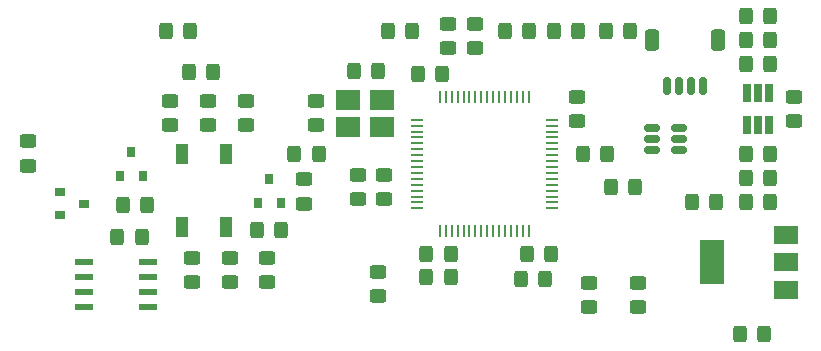
<source format=gbr>
%TF.GenerationSoftware,KiCad,Pcbnew,(6.99.0-5157-g987eb4b46a-dirty)*%
%TF.CreationDate,2022-12-28T16:32:46-05:00*%
%TF.ProjectId,controller,636f6e74-726f-46c6-9c65-722e6b696361,rev?*%
%TF.SameCoordinates,PX3cfccb0PYa197300*%
%TF.FileFunction,Paste,Top*%
%TF.FilePolarity,Positive*%
%FSLAX46Y46*%
G04 Gerber Fmt 4.6, Leading zero omitted, Abs format (unit mm)*
G04 Created by KiCad (PCBNEW (6.99.0-5157-g987eb4b46a-dirty)) date 2022-12-28 16:32:46*
%MOMM*%
%LPD*%
G01*
G04 APERTURE LIST*
G04 Aperture macros list*
%AMRoundRect*
0 Rectangle with rounded corners*
0 $1 Rounding radius*
0 $2 $3 $4 $5 $6 $7 $8 $9 X,Y pos of 4 corners*
0 Add a 4 corners polygon primitive as box body*
4,1,4,$2,$3,$4,$5,$6,$7,$8,$9,$2,$3,0*
0 Add four circle primitives for the rounded corners*
1,1,$1+$1,$2,$3*
1,1,$1+$1,$4,$5*
1,1,$1+$1,$6,$7*
1,1,$1+$1,$8,$9*
0 Add four rect primitives between the rounded corners*
20,1,$1+$1,$2,$3,$4,$5,0*
20,1,$1+$1,$4,$5,$6,$7,0*
20,1,$1+$1,$6,$7,$8,$9,0*
20,1,$1+$1,$8,$9,$2,$3,0*%
G04 Aperture macros list end*
%ADD10R,2.100000X1.800000*%
%ADD11RoundRect,0.150000X0.150000X0.625000X-0.150000X0.625000X-0.150000X-0.625000X0.150000X-0.625000X0*%
%ADD12RoundRect,0.250000X0.350000X0.650000X-0.350000X0.650000X-0.350000X-0.650000X0.350000X-0.650000X0*%
%ADD13RoundRect,0.150000X0.512500X0.150000X-0.512500X0.150000X-0.512500X-0.150000X0.512500X-0.150000X0*%
%ADD14RoundRect,0.250000X-0.325000X-0.450000X0.325000X-0.450000X0.325000X0.450000X-0.325000X0.450000X0*%
%ADD15RoundRect,0.250000X0.325000X0.450000X-0.325000X0.450000X-0.325000X-0.450000X0.325000X-0.450000X0*%
%ADD16R,0.900000X0.800000*%
%ADD17R,0.800000X0.900000*%
%ADD18R,1.100000X1.800000*%
%ADD19RoundRect,0.250000X0.450000X-0.325000X0.450000X0.325000X-0.450000X0.325000X-0.450000X-0.325000X0*%
%ADD20RoundRect,0.250000X-0.450000X0.325000X-0.450000X-0.325000X0.450000X-0.325000X0.450000X0.325000X0*%
%ADD21R,1.550000X0.600000*%
%ADD22R,0.250000X1.000000*%
%ADD23R,1.000000X0.250000*%
%ADD24R,0.650000X1.560000*%
%ADD25R,2.000000X1.500000*%
%ADD26R,2.000000X3.800000*%
G04 APERTURE END LIST*
D10*
%TO.C,Y1*%
X33259999Y26449999D03*
X30359999Y26449999D03*
X30359999Y28749999D03*
X33259999Y28749999D03*
%TD*%
D11*
%TO.C,J5*%
X60410000Y29940000D03*
X59410000Y29940000D03*
X58410000Y29940000D03*
X57410000Y29940000D03*
D12*
X56110000Y33815000D03*
X61710000Y33815000D03*
%TD*%
D13*
%TO.C,U4*%
X58410000Y24520000D03*
X58410000Y25470000D03*
X58410000Y26420000D03*
X56135000Y26420000D03*
X56135000Y25470000D03*
X56135000Y24520000D03*
%TD*%
D14*
%TO.C,R18*%
X13400000Y19865000D03*
X11350000Y19865000D03*
%TD*%
D15*
%TO.C,R17*%
X22700000Y17790000D03*
X24750000Y17790000D03*
%TD*%
D16*
%TO.C,Q3*%
X8024999Y19989999D03*
X6024999Y19039999D03*
X6024999Y20939999D03*
%TD*%
D17*
%TO.C,Q2*%
X23724999Y22039999D03*
X24674999Y20039999D03*
X22774999Y20039999D03*
%TD*%
D18*
%TO.C,SW1*%
X16349999Y18014999D03*
X16349999Y24214999D03*
X20049999Y18014999D03*
X20049999Y24214999D03*
%TD*%
D19*
%TO.C,R16*%
X15310140Y28665000D03*
X15310140Y26615000D03*
%TD*%
D17*
%TO.C,Q1*%
X12046799Y24339199D03*
X12996799Y22339199D03*
X11096799Y22339199D03*
%TD*%
D20*
%TO.C,C20*%
X18516890Y26615000D03*
X18516890Y28665000D03*
%TD*%
D21*
%TO.C,U5*%
X13421239Y14999279D03*
X13421239Y13729279D03*
X13421239Y12459279D03*
X13421239Y11189279D03*
X8021239Y11189279D03*
X8021239Y12459279D03*
X8021239Y13729279D03*
X8021239Y14999279D03*
%TD*%
D20*
%TO.C,R15*%
X23505840Y13347200D03*
X23505840Y15397200D03*
%TD*%
%TO.C,R14*%
X20361320Y13347200D03*
X20361320Y15397200D03*
%TD*%
%TO.C,R13*%
X17216800Y13347200D03*
X17216800Y15397200D03*
%TD*%
D15*
%TO.C,C19*%
X10866080Y17194640D03*
X12916080Y17194640D03*
%TD*%
D19*
%TO.C,R12*%
X50832600Y13292340D03*
X50832600Y11242340D03*
%TD*%
D20*
%TO.C,R11*%
X32961160Y12141500D03*
X32961160Y14191500D03*
%TD*%
D19*
%TO.C,R10*%
X54939780Y13239000D03*
X54939780Y11189000D03*
%TD*%
D14*
%TO.C,R9*%
X18979840Y31116680D03*
X16929840Y31116680D03*
%TD*%
D15*
%TO.C,R6*%
X43637940Y34560000D03*
X45687940Y34560000D03*
%TD*%
D14*
%TO.C,C18*%
X47082400Y13598300D03*
X45032400Y13598300D03*
%TD*%
D22*
%TO.C,U2*%
X38169999Y29029999D03*
X38669999Y29029999D03*
X39169999Y29029999D03*
X39669999Y29029999D03*
X40169999Y29029999D03*
X40669999Y29029999D03*
X41169999Y29029999D03*
X41669999Y29029999D03*
X42169999Y29029999D03*
X42669999Y29029999D03*
X43169999Y29029999D03*
X43669999Y29029999D03*
X44169999Y29029999D03*
X44669999Y29029999D03*
X45169999Y29029999D03*
X45669999Y29029999D03*
D23*
X47619999Y27079999D03*
X47619999Y26579999D03*
X47619999Y26079999D03*
X47619999Y25579999D03*
X47619999Y25079999D03*
X47619999Y24579999D03*
X47619999Y24079999D03*
X47619999Y23579999D03*
X47619999Y23079999D03*
X47619999Y22579999D03*
X47619999Y22079999D03*
X47619999Y21579999D03*
X47619999Y21079999D03*
X47619999Y20579999D03*
X47619999Y20079999D03*
X47619999Y19579999D03*
D22*
X45669999Y17629999D03*
X45169999Y17629999D03*
X44669999Y17629999D03*
X44169999Y17629999D03*
X43669999Y17629999D03*
X43169999Y17629999D03*
X42669999Y17629999D03*
X42169999Y17629999D03*
X41669999Y17629999D03*
X41169999Y17629999D03*
X40669999Y17629999D03*
X40169999Y17629999D03*
X39669999Y17629999D03*
X39169999Y17629999D03*
X38669999Y17629999D03*
X38169999Y17629999D03*
D23*
X36219999Y19579999D03*
X36219999Y20079999D03*
X36219999Y20579999D03*
X36219999Y21079999D03*
X36219999Y21579999D03*
X36219999Y22079999D03*
X36219999Y22579999D03*
X36219999Y23079999D03*
X36219999Y23579999D03*
X36219999Y24079999D03*
X36219999Y24579999D03*
X36219999Y25079999D03*
X36219999Y25579999D03*
X36219999Y26079999D03*
X36219999Y26579999D03*
X36219999Y27079999D03*
%TD*%
D14*
%TO.C,D6*%
X52315000Y24220000D03*
X50265000Y24220000D03*
%TD*%
%TO.C,D5*%
X27900000Y24220000D03*
X25850000Y24220000D03*
%TD*%
D19*
%TO.C,D4*%
X3280000Y25245000D03*
X3280000Y23195000D03*
%TD*%
D24*
%TO.C,U3*%
X65081999Y26611999D03*
X66031999Y26611999D03*
X64131999Y26611999D03*
X64131999Y29311999D03*
X65081999Y29311999D03*
X66031999Y29311999D03*
%TD*%
D25*
%TO.C,U1*%
X67469999Y12707999D03*
X67469999Y17307999D03*
X67469999Y15007999D03*
D26*
X61169999Y15007999D03*
%TD*%
D15*
%TO.C,R8*%
X52627000Y21358000D03*
X54677000Y21358000D03*
%TD*%
D19*
%TO.C,R7*%
X68130000Y28987000D03*
X68130000Y26937000D03*
%TD*%
D15*
%TO.C,R5*%
X47849260Y34560000D03*
X49899260Y34560000D03*
%TD*%
D20*
%TO.C,R4*%
X41147580Y33147300D03*
X41147580Y35197300D03*
%TD*%
%TO.C,R3*%
X38886980Y33147300D03*
X38886980Y35197300D03*
%TD*%
%TO.C,R2*%
X21723640Y26615000D03*
X21723640Y28665000D03*
%TD*%
D15*
%TO.C,FB1*%
X64057000Y35836000D03*
X66107000Y35836000D03*
%TD*%
D14*
%TO.C,D3*%
X54305000Y34560000D03*
X52255000Y34560000D03*
%TD*%
%TO.C,D2*%
X35820000Y34560000D03*
X33770000Y34560000D03*
%TD*%
%TO.C,D1*%
X17040000Y34560000D03*
X14990000Y34560000D03*
%TD*%
D15*
%TO.C,C17*%
X64057000Y22120000D03*
X66107000Y22120000D03*
%TD*%
%TO.C,C16*%
X64057000Y24152000D03*
X66107000Y24152000D03*
%TD*%
%TO.C,C15*%
X64057000Y31772000D03*
X66107000Y31772000D03*
%TD*%
%TO.C,C14*%
X64057000Y33804000D03*
X66107000Y33804000D03*
%TD*%
D14*
%TO.C,C13*%
X61535000Y20088000D03*
X59485000Y20088000D03*
%TD*%
%TO.C,C12*%
X65599000Y8912000D03*
X63549000Y8912000D03*
%TD*%
D15*
%TO.C,C11*%
X64057000Y20088000D03*
X66107000Y20088000D03*
%TD*%
D19*
%TO.C,C10*%
X26700000Y22040000D03*
X26700000Y19990000D03*
%TD*%
%TO.C,C9*%
X27700000Y28665000D03*
X27700000Y26615000D03*
%TD*%
D15*
%TO.C,C8*%
X30865000Y31170000D03*
X32915000Y31170000D03*
%TD*%
%TO.C,C7*%
X37025000Y13738000D03*
X39075000Y13738000D03*
%TD*%
D19*
%TO.C,C6*%
X31240000Y22385000D03*
X31240000Y20335000D03*
%TD*%
%TO.C,C5*%
X33470000Y22385000D03*
X33470000Y20335000D03*
%TD*%
D15*
%TO.C,C4*%
X37025000Y15710000D03*
X39075000Y15710000D03*
%TD*%
%TO.C,C3*%
X45560000Y15710000D03*
X47610000Y15710000D03*
%TD*%
D20*
%TO.C,C2*%
X49750000Y26935000D03*
X49750000Y28985000D03*
%TD*%
D14*
%TO.C,C1*%
X38355000Y30940000D03*
X36305000Y30940000D03*
%TD*%
M02*

</source>
